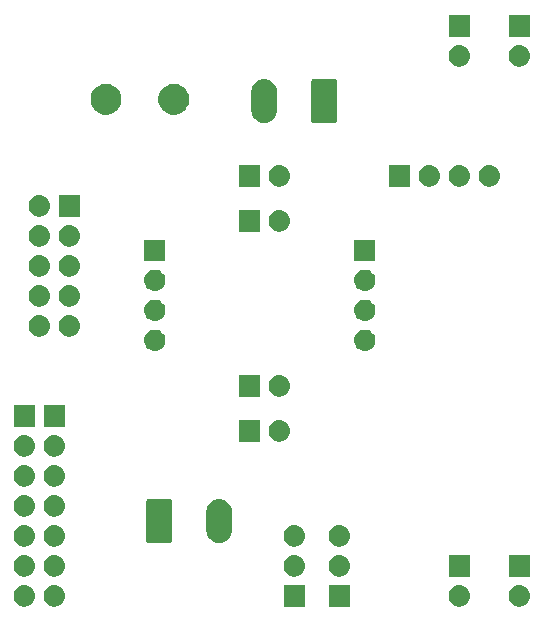
<source format=gbr>
G04 #@! TF.GenerationSoftware,KiCad,Pcbnew,(5.1.4)-1*
G04 #@! TF.CreationDate,2021-05-25T15:00:13+02:00*
G04 #@! TF.ProjectId,BCU_Breadboard_Adapter,4243555f-4272-4656-9164-626f6172645f,V00.01*
G04 #@! TF.SameCoordinates,Original*
G04 #@! TF.FileFunction,Soldermask,Bot*
G04 #@! TF.FilePolarity,Negative*
%FSLAX46Y46*%
G04 Gerber Fmt 4.6, Leading zero omitted, Abs format (unit mm)*
G04 Created by KiCad (PCBNEW (5.1.4)-1) date 2021-05-25 15:00:13*
%MOMM*%
%LPD*%
G04 APERTURE LIST*
%ADD10C,0.100000*%
G04 APERTURE END LIST*
D10*
G36*
X162670443Y-128645519D02*
G01*
X162736627Y-128652037D01*
X162906466Y-128703557D01*
X163062991Y-128787222D01*
X163098729Y-128816552D01*
X163200186Y-128899814D01*
X163283448Y-129001271D01*
X163312778Y-129037009D01*
X163396443Y-129193534D01*
X163447963Y-129363373D01*
X163465359Y-129540000D01*
X163447963Y-129716627D01*
X163396443Y-129886466D01*
X163312778Y-130042991D01*
X163283448Y-130078729D01*
X163200186Y-130180186D01*
X163098729Y-130263448D01*
X163062991Y-130292778D01*
X162906466Y-130376443D01*
X162736627Y-130427963D01*
X162670443Y-130434481D01*
X162604260Y-130441000D01*
X162515740Y-130441000D01*
X162449557Y-130434481D01*
X162383373Y-130427963D01*
X162213534Y-130376443D01*
X162057009Y-130292778D01*
X162021271Y-130263448D01*
X161919814Y-130180186D01*
X161836552Y-130078729D01*
X161807222Y-130042991D01*
X161723557Y-129886466D01*
X161672037Y-129716627D01*
X161654641Y-129540000D01*
X161672037Y-129363373D01*
X161723557Y-129193534D01*
X161807222Y-129037009D01*
X161836552Y-129001271D01*
X161919814Y-128899814D01*
X162021271Y-128816552D01*
X162057009Y-128787222D01*
X162213534Y-128703557D01*
X162383373Y-128652037D01*
X162449557Y-128645519D01*
X162515740Y-128639000D01*
X162604260Y-128639000D01*
X162670443Y-128645519D01*
X162670443Y-128645519D01*
G37*
G36*
X157590443Y-128645519D02*
G01*
X157656627Y-128652037D01*
X157826466Y-128703557D01*
X157982991Y-128787222D01*
X158018729Y-128816552D01*
X158120186Y-128899814D01*
X158203448Y-129001271D01*
X158232778Y-129037009D01*
X158316443Y-129193534D01*
X158367963Y-129363373D01*
X158385359Y-129540000D01*
X158367963Y-129716627D01*
X158316443Y-129886466D01*
X158232778Y-130042991D01*
X158203448Y-130078729D01*
X158120186Y-130180186D01*
X158018729Y-130263448D01*
X157982991Y-130292778D01*
X157826466Y-130376443D01*
X157656627Y-130427963D01*
X157590443Y-130434481D01*
X157524260Y-130441000D01*
X157435740Y-130441000D01*
X157369557Y-130434481D01*
X157303373Y-130427963D01*
X157133534Y-130376443D01*
X156977009Y-130292778D01*
X156941271Y-130263448D01*
X156839814Y-130180186D01*
X156756552Y-130078729D01*
X156727222Y-130042991D01*
X156643557Y-129886466D01*
X156592037Y-129716627D01*
X156574641Y-129540000D01*
X156592037Y-129363373D01*
X156643557Y-129193534D01*
X156727222Y-129037009D01*
X156756552Y-129001271D01*
X156839814Y-128899814D01*
X156941271Y-128816552D01*
X156977009Y-128787222D01*
X157133534Y-128703557D01*
X157303373Y-128652037D01*
X157369557Y-128645519D01*
X157435740Y-128639000D01*
X157524260Y-128639000D01*
X157590443Y-128645519D01*
X157590443Y-128645519D01*
G37*
G36*
X123300443Y-128645519D02*
G01*
X123366627Y-128652037D01*
X123536466Y-128703557D01*
X123692991Y-128787222D01*
X123728729Y-128816552D01*
X123830186Y-128899814D01*
X123913448Y-129001271D01*
X123942778Y-129037009D01*
X124026443Y-129193534D01*
X124077963Y-129363373D01*
X124095359Y-129540000D01*
X124077963Y-129716627D01*
X124026443Y-129886466D01*
X123942778Y-130042991D01*
X123913448Y-130078729D01*
X123830186Y-130180186D01*
X123728729Y-130263448D01*
X123692991Y-130292778D01*
X123536466Y-130376443D01*
X123366627Y-130427963D01*
X123300443Y-130434481D01*
X123234260Y-130441000D01*
X123145740Y-130441000D01*
X123079557Y-130434481D01*
X123013373Y-130427963D01*
X122843534Y-130376443D01*
X122687009Y-130292778D01*
X122651271Y-130263448D01*
X122549814Y-130180186D01*
X122466552Y-130078729D01*
X122437222Y-130042991D01*
X122353557Y-129886466D01*
X122302037Y-129716627D01*
X122284641Y-129540000D01*
X122302037Y-129363373D01*
X122353557Y-129193534D01*
X122437222Y-129037009D01*
X122466552Y-129001271D01*
X122549814Y-128899814D01*
X122651271Y-128816552D01*
X122687009Y-128787222D01*
X122843534Y-128703557D01*
X123013373Y-128652037D01*
X123079557Y-128645519D01*
X123145740Y-128639000D01*
X123234260Y-128639000D01*
X123300443Y-128645519D01*
X123300443Y-128645519D01*
G37*
G36*
X148221000Y-130441000D02*
G01*
X146419000Y-130441000D01*
X146419000Y-128639000D01*
X148221000Y-128639000D01*
X148221000Y-130441000D01*
X148221000Y-130441000D01*
G37*
G36*
X120760443Y-128645519D02*
G01*
X120826627Y-128652037D01*
X120996466Y-128703557D01*
X121152991Y-128787222D01*
X121188729Y-128816552D01*
X121290186Y-128899814D01*
X121373448Y-129001271D01*
X121402778Y-129037009D01*
X121486443Y-129193534D01*
X121537963Y-129363373D01*
X121555359Y-129540000D01*
X121537963Y-129716627D01*
X121486443Y-129886466D01*
X121402778Y-130042991D01*
X121373448Y-130078729D01*
X121290186Y-130180186D01*
X121188729Y-130263448D01*
X121152991Y-130292778D01*
X120996466Y-130376443D01*
X120826627Y-130427963D01*
X120760443Y-130434481D01*
X120694260Y-130441000D01*
X120605740Y-130441000D01*
X120539557Y-130434481D01*
X120473373Y-130427963D01*
X120303534Y-130376443D01*
X120147009Y-130292778D01*
X120111271Y-130263448D01*
X120009814Y-130180186D01*
X119926552Y-130078729D01*
X119897222Y-130042991D01*
X119813557Y-129886466D01*
X119762037Y-129716627D01*
X119744641Y-129540000D01*
X119762037Y-129363373D01*
X119813557Y-129193534D01*
X119897222Y-129037009D01*
X119926552Y-129001271D01*
X120009814Y-128899814D01*
X120111271Y-128816552D01*
X120147009Y-128787222D01*
X120303534Y-128703557D01*
X120473373Y-128652037D01*
X120539557Y-128645519D01*
X120605740Y-128639000D01*
X120694260Y-128639000D01*
X120760443Y-128645519D01*
X120760443Y-128645519D01*
G37*
G36*
X144411000Y-130441000D02*
G01*
X142609000Y-130441000D01*
X142609000Y-128639000D01*
X144411000Y-128639000D01*
X144411000Y-130441000D01*
X144411000Y-130441000D01*
G37*
G36*
X143620443Y-126105519D02*
G01*
X143686627Y-126112037D01*
X143856466Y-126163557D01*
X144012991Y-126247222D01*
X144048729Y-126276552D01*
X144150186Y-126359814D01*
X144233448Y-126461271D01*
X144262778Y-126497009D01*
X144346443Y-126653534D01*
X144397963Y-126823373D01*
X144415359Y-127000000D01*
X144397963Y-127176627D01*
X144346443Y-127346466D01*
X144262778Y-127502991D01*
X144233448Y-127538729D01*
X144150186Y-127640186D01*
X144048729Y-127723448D01*
X144012991Y-127752778D01*
X143856466Y-127836443D01*
X143686627Y-127887963D01*
X143620442Y-127894482D01*
X143554260Y-127901000D01*
X143465740Y-127901000D01*
X143399558Y-127894482D01*
X143333373Y-127887963D01*
X143163534Y-127836443D01*
X143007009Y-127752778D01*
X142971271Y-127723448D01*
X142869814Y-127640186D01*
X142786552Y-127538729D01*
X142757222Y-127502991D01*
X142673557Y-127346466D01*
X142622037Y-127176627D01*
X142604641Y-127000000D01*
X142622037Y-126823373D01*
X142673557Y-126653534D01*
X142757222Y-126497009D01*
X142786552Y-126461271D01*
X142869814Y-126359814D01*
X142971271Y-126276552D01*
X143007009Y-126247222D01*
X143163534Y-126163557D01*
X143333373Y-126112037D01*
X143399557Y-126105519D01*
X143465740Y-126099000D01*
X143554260Y-126099000D01*
X143620443Y-126105519D01*
X143620443Y-126105519D01*
G37*
G36*
X163461000Y-127901000D02*
G01*
X161659000Y-127901000D01*
X161659000Y-126099000D01*
X163461000Y-126099000D01*
X163461000Y-127901000D01*
X163461000Y-127901000D01*
G37*
G36*
X120760443Y-126105519D02*
G01*
X120826627Y-126112037D01*
X120996466Y-126163557D01*
X121152991Y-126247222D01*
X121188729Y-126276552D01*
X121290186Y-126359814D01*
X121373448Y-126461271D01*
X121402778Y-126497009D01*
X121486443Y-126653534D01*
X121537963Y-126823373D01*
X121555359Y-127000000D01*
X121537963Y-127176627D01*
X121486443Y-127346466D01*
X121402778Y-127502991D01*
X121373448Y-127538729D01*
X121290186Y-127640186D01*
X121188729Y-127723448D01*
X121152991Y-127752778D01*
X120996466Y-127836443D01*
X120826627Y-127887963D01*
X120760442Y-127894482D01*
X120694260Y-127901000D01*
X120605740Y-127901000D01*
X120539558Y-127894482D01*
X120473373Y-127887963D01*
X120303534Y-127836443D01*
X120147009Y-127752778D01*
X120111271Y-127723448D01*
X120009814Y-127640186D01*
X119926552Y-127538729D01*
X119897222Y-127502991D01*
X119813557Y-127346466D01*
X119762037Y-127176627D01*
X119744641Y-127000000D01*
X119762037Y-126823373D01*
X119813557Y-126653534D01*
X119897222Y-126497009D01*
X119926552Y-126461271D01*
X120009814Y-126359814D01*
X120111271Y-126276552D01*
X120147009Y-126247222D01*
X120303534Y-126163557D01*
X120473373Y-126112037D01*
X120539557Y-126105519D01*
X120605740Y-126099000D01*
X120694260Y-126099000D01*
X120760443Y-126105519D01*
X120760443Y-126105519D01*
G37*
G36*
X147430443Y-126105519D02*
G01*
X147496627Y-126112037D01*
X147666466Y-126163557D01*
X147822991Y-126247222D01*
X147858729Y-126276552D01*
X147960186Y-126359814D01*
X148043448Y-126461271D01*
X148072778Y-126497009D01*
X148156443Y-126653534D01*
X148207963Y-126823373D01*
X148225359Y-127000000D01*
X148207963Y-127176627D01*
X148156443Y-127346466D01*
X148072778Y-127502991D01*
X148043448Y-127538729D01*
X147960186Y-127640186D01*
X147858729Y-127723448D01*
X147822991Y-127752778D01*
X147666466Y-127836443D01*
X147496627Y-127887963D01*
X147430442Y-127894482D01*
X147364260Y-127901000D01*
X147275740Y-127901000D01*
X147209558Y-127894482D01*
X147143373Y-127887963D01*
X146973534Y-127836443D01*
X146817009Y-127752778D01*
X146781271Y-127723448D01*
X146679814Y-127640186D01*
X146596552Y-127538729D01*
X146567222Y-127502991D01*
X146483557Y-127346466D01*
X146432037Y-127176627D01*
X146414641Y-127000000D01*
X146432037Y-126823373D01*
X146483557Y-126653534D01*
X146567222Y-126497009D01*
X146596552Y-126461271D01*
X146679814Y-126359814D01*
X146781271Y-126276552D01*
X146817009Y-126247222D01*
X146973534Y-126163557D01*
X147143373Y-126112037D01*
X147209557Y-126105519D01*
X147275740Y-126099000D01*
X147364260Y-126099000D01*
X147430443Y-126105519D01*
X147430443Y-126105519D01*
G37*
G36*
X158381000Y-127901000D02*
G01*
X156579000Y-127901000D01*
X156579000Y-126099000D01*
X158381000Y-126099000D01*
X158381000Y-127901000D01*
X158381000Y-127901000D01*
G37*
G36*
X123300443Y-126105519D02*
G01*
X123366627Y-126112037D01*
X123536466Y-126163557D01*
X123692991Y-126247222D01*
X123728729Y-126276552D01*
X123830186Y-126359814D01*
X123913448Y-126461271D01*
X123942778Y-126497009D01*
X124026443Y-126653534D01*
X124077963Y-126823373D01*
X124095359Y-127000000D01*
X124077963Y-127176627D01*
X124026443Y-127346466D01*
X123942778Y-127502991D01*
X123913448Y-127538729D01*
X123830186Y-127640186D01*
X123728729Y-127723448D01*
X123692991Y-127752778D01*
X123536466Y-127836443D01*
X123366627Y-127887963D01*
X123300442Y-127894482D01*
X123234260Y-127901000D01*
X123145740Y-127901000D01*
X123079558Y-127894482D01*
X123013373Y-127887963D01*
X122843534Y-127836443D01*
X122687009Y-127752778D01*
X122651271Y-127723448D01*
X122549814Y-127640186D01*
X122466552Y-127538729D01*
X122437222Y-127502991D01*
X122353557Y-127346466D01*
X122302037Y-127176627D01*
X122284641Y-127000000D01*
X122302037Y-126823373D01*
X122353557Y-126653534D01*
X122437222Y-126497009D01*
X122466552Y-126461271D01*
X122549814Y-126359814D01*
X122651271Y-126276552D01*
X122687009Y-126247222D01*
X122843534Y-126163557D01*
X123013373Y-126112037D01*
X123079557Y-126105519D01*
X123145740Y-126099000D01*
X123234260Y-126099000D01*
X123300443Y-126105519D01*
X123300443Y-126105519D01*
G37*
G36*
X120760442Y-123565518D02*
G01*
X120826627Y-123572037D01*
X120996466Y-123623557D01*
X121152991Y-123707222D01*
X121188729Y-123736552D01*
X121290186Y-123819814D01*
X121373448Y-123921271D01*
X121402778Y-123957009D01*
X121486443Y-124113534D01*
X121537963Y-124283373D01*
X121555359Y-124460000D01*
X121537963Y-124636627D01*
X121486443Y-124806466D01*
X121402778Y-124962991D01*
X121379324Y-124991570D01*
X121290186Y-125100186D01*
X121188729Y-125183448D01*
X121152991Y-125212778D01*
X120996466Y-125296443D01*
X120826627Y-125347963D01*
X120760442Y-125354482D01*
X120694260Y-125361000D01*
X120605740Y-125361000D01*
X120539558Y-125354482D01*
X120473373Y-125347963D01*
X120303534Y-125296443D01*
X120147009Y-125212778D01*
X120111271Y-125183448D01*
X120009814Y-125100186D01*
X119920676Y-124991570D01*
X119897222Y-124962991D01*
X119813557Y-124806466D01*
X119762037Y-124636627D01*
X119744641Y-124460000D01*
X119762037Y-124283373D01*
X119813557Y-124113534D01*
X119897222Y-123957009D01*
X119926552Y-123921271D01*
X120009814Y-123819814D01*
X120111271Y-123736552D01*
X120147009Y-123707222D01*
X120303534Y-123623557D01*
X120473373Y-123572037D01*
X120539558Y-123565518D01*
X120605740Y-123559000D01*
X120694260Y-123559000D01*
X120760442Y-123565518D01*
X120760442Y-123565518D01*
G37*
G36*
X143620442Y-123565518D02*
G01*
X143686627Y-123572037D01*
X143856466Y-123623557D01*
X144012991Y-123707222D01*
X144048729Y-123736552D01*
X144150186Y-123819814D01*
X144233448Y-123921271D01*
X144262778Y-123957009D01*
X144346443Y-124113534D01*
X144397963Y-124283373D01*
X144415359Y-124460000D01*
X144397963Y-124636627D01*
X144346443Y-124806466D01*
X144262778Y-124962991D01*
X144239324Y-124991570D01*
X144150186Y-125100186D01*
X144048729Y-125183448D01*
X144012991Y-125212778D01*
X143856466Y-125296443D01*
X143686627Y-125347963D01*
X143620442Y-125354482D01*
X143554260Y-125361000D01*
X143465740Y-125361000D01*
X143399558Y-125354482D01*
X143333373Y-125347963D01*
X143163534Y-125296443D01*
X143007009Y-125212778D01*
X142971271Y-125183448D01*
X142869814Y-125100186D01*
X142780676Y-124991570D01*
X142757222Y-124962991D01*
X142673557Y-124806466D01*
X142622037Y-124636627D01*
X142604641Y-124460000D01*
X142622037Y-124283373D01*
X142673557Y-124113534D01*
X142757222Y-123957009D01*
X142786552Y-123921271D01*
X142869814Y-123819814D01*
X142971271Y-123736552D01*
X143007009Y-123707222D01*
X143163534Y-123623557D01*
X143333373Y-123572037D01*
X143399558Y-123565518D01*
X143465740Y-123559000D01*
X143554260Y-123559000D01*
X143620442Y-123565518D01*
X143620442Y-123565518D01*
G37*
G36*
X147430442Y-123565518D02*
G01*
X147496627Y-123572037D01*
X147666466Y-123623557D01*
X147822991Y-123707222D01*
X147858729Y-123736552D01*
X147960186Y-123819814D01*
X148043448Y-123921271D01*
X148072778Y-123957009D01*
X148156443Y-124113534D01*
X148207963Y-124283373D01*
X148225359Y-124460000D01*
X148207963Y-124636627D01*
X148156443Y-124806466D01*
X148072778Y-124962991D01*
X148049324Y-124991570D01*
X147960186Y-125100186D01*
X147858729Y-125183448D01*
X147822991Y-125212778D01*
X147666466Y-125296443D01*
X147496627Y-125347963D01*
X147430442Y-125354482D01*
X147364260Y-125361000D01*
X147275740Y-125361000D01*
X147209558Y-125354482D01*
X147143373Y-125347963D01*
X146973534Y-125296443D01*
X146817009Y-125212778D01*
X146781271Y-125183448D01*
X146679814Y-125100186D01*
X146590676Y-124991570D01*
X146567222Y-124962991D01*
X146483557Y-124806466D01*
X146432037Y-124636627D01*
X146414641Y-124460000D01*
X146432037Y-124283373D01*
X146483557Y-124113534D01*
X146567222Y-123957009D01*
X146596552Y-123921271D01*
X146679814Y-123819814D01*
X146781271Y-123736552D01*
X146817009Y-123707222D01*
X146973534Y-123623557D01*
X147143373Y-123572037D01*
X147209558Y-123565518D01*
X147275740Y-123559000D01*
X147364260Y-123559000D01*
X147430442Y-123565518D01*
X147430442Y-123565518D01*
G37*
G36*
X123300442Y-123565518D02*
G01*
X123366627Y-123572037D01*
X123536466Y-123623557D01*
X123692991Y-123707222D01*
X123728729Y-123736552D01*
X123830186Y-123819814D01*
X123913448Y-123921271D01*
X123942778Y-123957009D01*
X124026443Y-124113534D01*
X124077963Y-124283373D01*
X124095359Y-124460000D01*
X124077963Y-124636627D01*
X124026443Y-124806466D01*
X123942778Y-124962991D01*
X123919324Y-124991570D01*
X123830186Y-125100186D01*
X123728729Y-125183448D01*
X123692991Y-125212778D01*
X123536466Y-125296443D01*
X123366627Y-125347963D01*
X123300442Y-125354482D01*
X123234260Y-125361000D01*
X123145740Y-125361000D01*
X123079558Y-125354482D01*
X123013373Y-125347963D01*
X122843534Y-125296443D01*
X122687009Y-125212778D01*
X122651271Y-125183448D01*
X122549814Y-125100186D01*
X122460676Y-124991570D01*
X122437222Y-124962991D01*
X122353557Y-124806466D01*
X122302037Y-124636627D01*
X122284641Y-124460000D01*
X122302037Y-124283373D01*
X122353557Y-124113534D01*
X122437222Y-123957009D01*
X122466552Y-123921271D01*
X122549814Y-123819814D01*
X122651271Y-123736552D01*
X122687009Y-123707222D01*
X122843534Y-123623557D01*
X123013373Y-123572037D01*
X123079558Y-123565518D01*
X123145740Y-123559000D01*
X123234260Y-123559000D01*
X123300442Y-123565518D01*
X123300442Y-123565518D01*
G37*
G36*
X137373870Y-121354786D02*
G01*
X137484779Y-121388430D01*
X137578999Y-121417011D01*
X137579529Y-121417172D01*
X137736165Y-121500896D01*
X137769059Y-121518478D01*
X137935186Y-121654814D01*
X138071522Y-121820941D01*
X138071525Y-121820945D01*
X138172828Y-122010470D01*
X138235214Y-122216129D01*
X138251000Y-122376409D01*
X138251000Y-124003591D01*
X138235214Y-124163871D01*
X138172828Y-124369530D01*
X138071525Y-124559055D01*
X138071523Y-124559058D01*
X138071522Y-124559059D01*
X137935186Y-124725186D01*
X137807583Y-124829906D01*
X137769055Y-124861525D01*
X137579530Y-124962828D01*
X137579527Y-124962829D01*
X137568058Y-124966308D01*
X137373871Y-125025214D01*
X137160000Y-125046278D01*
X136946130Y-125025214D01*
X136751943Y-124966308D01*
X136740474Y-124962829D01*
X136740471Y-124962828D01*
X136550946Y-124861525D01*
X136512418Y-124829906D01*
X136384815Y-124725186D01*
X136248479Y-124559059D01*
X136248478Y-124559058D01*
X136248476Y-124559055D01*
X136147171Y-124369527D01*
X136084786Y-124163874D01*
X136069000Y-124003591D01*
X136069000Y-122376410D01*
X136084786Y-122216130D01*
X136147172Y-122010471D01*
X136248477Y-121820943D01*
X136248478Y-121820941D01*
X136384814Y-121654814D01*
X136550941Y-121518478D01*
X136550942Y-121518477D01*
X136550945Y-121518475D01*
X136740470Y-121417172D01*
X136741001Y-121417011D01*
X136835220Y-121388430D01*
X136946129Y-121354786D01*
X137160000Y-121333722D01*
X137373870Y-121354786D01*
X137373870Y-121354786D01*
G37*
G36*
X133036217Y-121342808D02*
G01*
X133067489Y-121352294D01*
X133096308Y-121367698D01*
X133121570Y-121388430D01*
X133142302Y-121413692D01*
X133157706Y-121442511D01*
X133167192Y-121473783D01*
X133171000Y-121512448D01*
X133171000Y-124867552D01*
X133167192Y-124906217D01*
X133157706Y-124937489D01*
X133142302Y-124966308D01*
X133121570Y-124991570D01*
X133096308Y-125012302D01*
X133067489Y-125027706D01*
X133036217Y-125037192D01*
X132997552Y-125041000D01*
X131162448Y-125041000D01*
X131123783Y-125037192D01*
X131092511Y-125027706D01*
X131063692Y-125012302D01*
X131038430Y-124991570D01*
X131017698Y-124966308D01*
X131002294Y-124937489D01*
X130992808Y-124906217D01*
X130989000Y-124867552D01*
X130989000Y-121512448D01*
X130992808Y-121473783D01*
X131002294Y-121442511D01*
X131017698Y-121413692D01*
X131038430Y-121388430D01*
X131063692Y-121367698D01*
X131092511Y-121352294D01*
X131123783Y-121342808D01*
X131162448Y-121339000D01*
X132997552Y-121339000D01*
X133036217Y-121342808D01*
X133036217Y-121342808D01*
G37*
G36*
X120760442Y-121025518D02*
G01*
X120826627Y-121032037D01*
X120996466Y-121083557D01*
X121152991Y-121167222D01*
X121188729Y-121196552D01*
X121290186Y-121279814D01*
X121355141Y-121358963D01*
X121402778Y-121417009D01*
X121486443Y-121573534D01*
X121537963Y-121743373D01*
X121555359Y-121920000D01*
X121537963Y-122096627D01*
X121486443Y-122266466D01*
X121402778Y-122422991D01*
X121373448Y-122458729D01*
X121290186Y-122560186D01*
X121188729Y-122643448D01*
X121152991Y-122672778D01*
X120996466Y-122756443D01*
X120826627Y-122807963D01*
X120760443Y-122814481D01*
X120694260Y-122821000D01*
X120605740Y-122821000D01*
X120539557Y-122814481D01*
X120473373Y-122807963D01*
X120303534Y-122756443D01*
X120147009Y-122672778D01*
X120111271Y-122643448D01*
X120009814Y-122560186D01*
X119926552Y-122458729D01*
X119897222Y-122422991D01*
X119813557Y-122266466D01*
X119762037Y-122096627D01*
X119744641Y-121920000D01*
X119762037Y-121743373D01*
X119813557Y-121573534D01*
X119897222Y-121417009D01*
X119944859Y-121358963D01*
X120009814Y-121279814D01*
X120111271Y-121196552D01*
X120147009Y-121167222D01*
X120303534Y-121083557D01*
X120473373Y-121032037D01*
X120539558Y-121025518D01*
X120605740Y-121019000D01*
X120694260Y-121019000D01*
X120760442Y-121025518D01*
X120760442Y-121025518D01*
G37*
G36*
X123300442Y-121025518D02*
G01*
X123366627Y-121032037D01*
X123536466Y-121083557D01*
X123692991Y-121167222D01*
X123728729Y-121196552D01*
X123830186Y-121279814D01*
X123895141Y-121358963D01*
X123942778Y-121417009D01*
X124026443Y-121573534D01*
X124077963Y-121743373D01*
X124095359Y-121920000D01*
X124077963Y-122096627D01*
X124026443Y-122266466D01*
X123942778Y-122422991D01*
X123913448Y-122458729D01*
X123830186Y-122560186D01*
X123728729Y-122643448D01*
X123692991Y-122672778D01*
X123536466Y-122756443D01*
X123366627Y-122807963D01*
X123300443Y-122814481D01*
X123234260Y-122821000D01*
X123145740Y-122821000D01*
X123079557Y-122814481D01*
X123013373Y-122807963D01*
X122843534Y-122756443D01*
X122687009Y-122672778D01*
X122651271Y-122643448D01*
X122549814Y-122560186D01*
X122466552Y-122458729D01*
X122437222Y-122422991D01*
X122353557Y-122266466D01*
X122302037Y-122096627D01*
X122284641Y-121920000D01*
X122302037Y-121743373D01*
X122353557Y-121573534D01*
X122437222Y-121417009D01*
X122484859Y-121358963D01*
X122549814Y-121279814D01*
X122651271Y-121196552D01*
X122687009Y-121167222D01*
X122843534Y-121083557D01*
X123013373Y-121032037D01*
X123079558Y-121025518D01*
X123145740Y-121019000D01*
X123234260Y-121019000D01*
X123300442Y-121025518D01*
X123300442Y-121025518D01*
G37*
G36*
X120760442Y-118485518D02*
G01*
X120826627Y-118492037D01*
X120996466Y-118543557D01*
X121152991Y-118627222D01*
X121188729Y-118656552D01*
X121290186Y-118739814D01*
X121373448Y-118841271D01*
X121402778Y-118877009D01*
X121486443Y-119033534D01*
X121537963Y-119203373D01*
X121555359Y-119380000D01*
X121537963Y-119556627D01*
X121486443Y-119726466D01*
X121402778Y-119882991D01*
X121373448Y-119918729D01*
X121290186Y-120020186D01*
X121188729Y-120103448D01*
X121152991Y-120132778D01*
X120996466Y-120216443D01*
X120826627Y-120267963D01*
X120760442Y-120274482D01*
X120694260Y-120281000D01*
X120605740Y-120281000D01*
X120539558Y-120274482D01*
X120473373Y-120267963D01*
X120303534Y-120216443D01*
X120147009Y-120132778D01*
X120111271Y-120103448D01*
X120009814Y-120020186D01*
X119926552Y-119918729D01*
X119897222Y-119882991D01*
X119813557Y-119726466D01*
X119762037Y-119556627D01*
X119744641Y-119380000D01*
X119762037Y-119203373D01*
X119813557Y-119033534D01*
X119897222Y-118877009D01*
X119926552Y-118841271D01*
X120009814Y-118739814D01*
X120111271Y-118656552D01*
X120147009Y-118627222D01*
X120303534Y-118543557D01*
X120473373Y-118492037D01*
X120539558Y-118485518D01*
X120605740Y-118479000D01*
X120694260Y-118479000D01*
X120760442Y-118485518D01*
X120760442Y-118485518D01*
G37*
G36*
X123300442Y-118485518D02*
G01*
X123366627Y-118492037D01*
X123536466Y-118543557D01*
X123692991Y-118627222D01*
X123728729Y-118656552D01*
X123830186Y-118739814D01*
X123913448Y-118841271D01*
X123942778Y-118877009D01*
X124026443Y-119033534D01*
X124077963Y-119203373D01*
X124095359Y-119380000D01*
X124077963Y-119556627D01*
X124026443Y-119726466D01*
X123942778Y-119882991D01*
X123913448Y-119918729D01*
X123830186Y-120020186D01*
X123728729Y-120103448D01*
X123692991Y-120132778D01*
X123536466Y-120216443D01*
X123366627Y-120267963D01*
X123300442Y-120274482D01*
X123234260Y-120281000D01*
X123145740Y-120281000D01*
X123079558Y-120274482D01*
X123013373Y-120267963D01*
X122843534Y-120216443D01*
X122687009Y-120132778D01*
X122651271Y-120103448D01*
X122549814Y-120020186D01*
X122466552Y-119918729D01*
X122437222Y-119882991D01*
X122353557Y-119726466D01*
X122302037Y-119556627D01*
X122284641Y-119380000D01*
X122302037Y-119203373D01*
X122353557Y-119033534D01*
X122437222Y-118877009D01*
X122466552Y-118841271D01*
X122549814Y-118739814D01*
X122651271Y-118656552D01*
X122687009Y-118627222D01*
X122843534Y-118543557D01*
X123013373Y-118492037D01*
X123079558Y-118485518D01*
X123145740Y-118479000D01*
X123234260Y-118479000D01*
X123300442Y-118485518D01*
X123300442Y-118485518D01*
G37*
G36*
X123300442Y-115945518D02*
G01*
X123366627Y-115952037D01*
X123536466Y-116003557D01*
X123692991Y-116087222D01*
X123728729Y-116116552D01*
X123830186Y-116199814D01*
X123913448Y-116301271D01*
X123942778Y-116337009D01*
X124026443Y-116493534D01*
X124077963Y-116663373D01*
X124095359Y-116840000D01*
X124077963Y-117016627D01*
X124026443Y-117186466D01*
X123942778Y-117342991D01*
X123913448Y-117378729D01*
X123830186Y-117480186D01*
X123728729Y-117563448D01*
X123692991Y-117592778D01*
X123536466Y-117676443D01*
X123366627Y-117727963D01*
X123300442Y-117734482D01*
X123234260Y-117741000D01*
X123145740Y-117741000D01*
X123079558Y-117734482D01*
X123013373Y-117727963D01*
X122843534Y-117676443D01*
X122687009Y-117592778D01*
X122651271Y-117563448D01*
X122549814Y-117480186D01*
X122466552Y-117378729D01*
X122437222Y-117342991D01*
X122353557Y-117186466D01*
X122302037Y-117016627D01*
X122284641Y-116840000D01*
X122302037Y-116663373D01*
X122353557Y-116493534D01*
X122437222Y-116337009D01*
X122466552Y-116301271D01*
X122549814Y-116199814D01*
X122651271Y-116116552D01*
X122687009Y-116087222D01*
X122843534Y-116003557D01*
X123013373Y-115952037D01*
X123079558Y-115945518D01*
X123145740Y-115939000D01*
X123234260Y-115939000D01*
X123300442Y-115945518D01*
X123300442Y-115945518D01*
G37*
G36*
X120760442Y-115945518D02*
G01*
X120826627Y-115952037D01*
X120996466Y-116003557D01*
X121152991Y-116087222D01*
X121188729Y-116116552D01*
X121290186Y-116199814D01*
X121373448Y-116301271D01*
X121402778Y-116337009D01*
X121486443Y-116493534D01*
X121537963Y-116663373D01*
X121555359Y-116840000D01*
X121537963Y-117016627D01*
X121486443Y-117186466D01*
X121402778Y-117342991D01*
X121373448Y-117378729D01*
X121290186Y-117480186D01*
X121188729Y-117563448D01*
X121152991Y-117592778D01*
X120996466Y-117676443D01*
X120826627Y-117727963D01*
X120760442Y-117734482D01*
X120694260Y-117741000D01*
X120605740Y-117741000D01*
X120539558Y-117734482D01*
X120473373Y-117727963D01*
X120303534Y-117676443D01*
X120147009Y-117592778D01*
X120111271Y-117563448D01*
X120009814Y-117480186D01*
X119926552Y-117378729D01*
X119897222Y-117342991D01*
X119813557Y-117186466D01*
X119762037Y-117016627D01*
X119744641Y-116840000D01*
X119762037Y-116663373D01*
X119813557Y-116493534D01*
X119897222Y-116337009D01*
X119926552Y-116301271D01*
X120009814Y-116199814D01*
X120111271Y-116116552D01*
X120147009Y-116087222D01*
X120303534Y-116003557D01*
X120473373Y-115952037D01*
X120539558Y-115945518D01*
X120605740Y-115939000D01*
X120694260Y-115939000D01*
X120760442Y-115945518D01*
X120760442Y-115945518D01*
G37*
G36*
X140601000Y-116471000D02*
G01*
X138799000Y-116471000D01*
X138799000Y-114669000D01*
X140601000Y-114669000D01*
X140601000Y-116471000D01*
X140601000Y-116471000D01*
G37*
G36*
X142350443Y-114675519D02*
G01*
X142416627Y-114682037D01*
X142586466Y-114733557D01*
X142742991Y-114817222D01*
X142778729Y-114846552D01*
X142880186Y-114929814D01*
X142963448Y-115031271D01*
X142992778Y-115067009D01*
X143076443Y-115223534D01*
X143127963Y-115393373D01*
X143145359Y-115570000D01*
X143127963Y-115746627D01*
X143076443Y-115916466D01*
X142992778Y-116072991D01*
X142963448Y-116108729D01*
X142880186Y-116210186D01*
X142778729Y-116293448D01*
X142742991Y-116322778D01*
X142586466Y-116406443D01*
X142416627Y-116457963D01*
X142350442Y-116464482D01*
X142284260Y-116471000D01*
X142195740Y-116471000D01*
X142129558Y-116464482D01*
X142063373Y-116457963D01*
X141893534Y-116406443D01*
X141737009Y-116322778D01*
X141701271Y-116293448D01*
X141599814Y-116210186D01*
X141516552Y-116108729D01*
X141487222Y-116072991D01*
X141403557Y-115916466D01*
X141352037Y-115746627D01*
X141334641Y-115570000D01*
X141352037Y-115393373D01*
X141403557Y-115223534D01*
X141487222Y-115067009D01*
X141516552Y-115031271D01*
X141599814Y-114929814D01*
X141701271Y-114846552D01*
X141737009Y-114817222D01*
X141893534Y-114733557D01*
X142063373Y-114682037D01*
X142129557Y-114675519D01*
X142195740Y-114669000D01*
X142284260Y-114669000D01*
X142350443Y-114675519D01*
X142350443Y-114675519D01*
G37*
G36*
X121551000Y-115201000D02*
G01*
X119749000Y-115201000D01*
X119749000Y-113399000D01*
X121551000Y-113399000D01*
X121551000Y-115201000D01*
X121551000Y-115201000D01*
G37*
G36*
X124091000Y-115201000D02*
G01*
X122289000Y-115201000D01*
X122289000Y-113399000D01*
X124091000Y-113399000D01*
X124091000Y-115201000D01*
X124091000Y-115201000D01*
G37*
G36*
X142350442Y-110865518D02*
G01*
X142416627Y-110872037D01*
X142586466Y-110923557D01*
X142742991Y-111007222D01*
X142778729Y-111036552D01*
X142880186Y-111119814D01*
X142963448Y-111221271D01*
X142992778Y-111257009D01*
X143076443Y-111413534D01*
X143127963Y-111583373D01*
X143145359Y-111760000D01*
X143127963Y-111936627D01*
X143076443Y-112106466D01*
X142992778Y-112262991D01*
X142963448Y-112298729D01*
X142880186Y-112400186D01*
X142778729Y-112483448D01*
X142742991Y-112512778D01*
X142586466Y-112596443D01*
X142416627Y-112647963D01*
X142350442Y-112654482D01*
X142284260Y-112661000D01*
X142195740Y-112661000D01*
X142129558Y-112654482D01*
X142063373Y-112647963D01*
X141893534Y-112596443D01*
X141737009Y-112512778D01*
X141701271Y-112483448D01*
X141599814Y-112400186D01*
X141516552Y-112298729D01*
X141487222Y-112262991D01*
X141403557Y-112106466D01*
X141352037Y-111936627D01*
X141334641Y-111760000D01*
X141352037Y-111583373D01*
X141403557Y-111413534D01*
X141487222Y-111257009D01*
X141516552Y-111221271D01*
X141599814Y-111119814D01*
X141701271Y-111036552D01*
X141737009Y-111007222D01*
X141893534Y-110923557D01*
X142063373Y-110872037D01*
X142129558Y-110865518D01*
X142195740Y-110859000D01*
X142284260Y-110859000D01*
X142350442Y-110865518D01*
X142350442Y-110865518D01*
G37*
G36*
X140601000Y-112661000D02*
G01*
X138799000Y-112661000D01*
X138799000Y-110859000D01*
X140601000Y-110859000D01*
X140601000Y-112661000D01*
X140601000Y-112661000D01*
G37*
G36*
X149584363Y-106997099D02*
G01*
X149650547Y-107003617D01*
X149820386Y-107055137D01*
X149976911Y-107138802D01*
X150012649Y-107168132D01*
X150114106Y-107251394D01*
X150170560Y-107320185D01*
X150226698Y-107388589D01*
X150310363Y-107545114D01*
X150361883Y-107714953D01*
X150379279Y-107891580D01*
X150361883Y-108068207D01*
X150310363Y-108238046D01*
X150226698Y-108394571D01*
X150197368Y-108430309D01*
X150114106Y-108531766D01*
X150012649Y-108615028D01*
X149976911Y-108644358D01*
X149820386Y-108728023D01*
X149650547Y-108779543D01*
X149584363Y-108786061D01*
X149518180Y-108792580D01*
X149429660Y-108792580D01*
X149363477Y-108786061D01*
X149297293Y-108779543D01*
X149127454Y-108728023D01*
X148970929Y-108644358D01*
X148935191Y-108615028D01*
X148833734Y-108531766D01*
X148750472Y-108430309D01*
X148721142Y-108394571D01*
X148637477Y-108238046D01*
X148585957Y-108068207D01*
X148568561Y-107891580D01*
X148585957Y-107714953D01*
X148637477Y-107545114D01*
X148721142Y-107388589D01*
X148777280Y-107320185D01*
X148833734Y-107251394D01*
X148935191Y-107168132D01*
X148970929Y-107138802D01*
X149127454Y-107055137D01*
X149297293Y-107003617D01*
X149363477Y-106997099D01*
X149429660Y-106990580D01*
X149518180Y-106990580D01*
X149584363Y-106997099D01*
X149584363Y-106997099D01*
G37*
G36*
X131804363Y-106997099D02*
G01*
X131870547Y-107003617D01*
X132040386Y-107055137D01*
X132196911Y-107138802D01*
X132232649Y-107168132D01*
X132334106Y-107251394D01*
X132390560Y-107320185D01*
X132446698Y-107388589D01*
X132530363Y-107545114D01*
X132581883Y-107714953D01*
X132599279Y-107891580D01*
X132581883Y-108068207D01*
X132530363Y-108238046D01*
X132446698Y-108394571D01*
X132417368Y-108430309D01*
X132334106Y-108531766D01*
X132232649Y-108615028D01*
X132196911Y-108644358D01*
X132040386Y-108728023D01*
X131870547Y-108779543D01*
X131804363Y-108786061D01*
X131738180Y-108792580D01*
X131649660Y-108792580D01*
X131583477Y-108786061D01*
X131517293Y-108779543D01*
X131347454Y-108728023D01*
X131190929Y-108644358D01*
X131155191Y-108615028D01*
X131053734Y-108531766D01*
X130970472Y-108430309D01*
X130941142Y-108394571D01*
X130857477Y-108238046D01*
X130805957Y-108068207D01*
X130788561Y-107891580D01*
X130805957Y-107714953D01*
X130857477Y-107545114D01*
X130941142Y-107388589D01*
X130997280Y-107320185D01*
X131053734Y-107251394D01*
X131155191Y-107168132D01*
X131190929Y-107138802D01*
X131347454Y-107055137D01*
X131517293Y-107003617D01*
X131583477Y-106997099D01*
X131649660Y-106990580D01*
X131738180Y-106990580D01*
X131804363Y-106997099D01*
X131804363Y-106997099D01*
G37*
G36*
X124570443Y-105785519D02*
G01*
X124636627Y-105792037D01*
X124806466Y-105843557D01*
X124962991Y-105927222D01*
X124998729Y-105956552D01*
X125100186Y-106039814D01*
X125183448Y-106141271D01*
X125212778Y-106177009D01*
X125296443Y-106333534D01*
X125347963Y-106503373D01*
X125365359Y-106680000D01*
X125347963Y-106856627D01*
X125296443Y-107026466D01*
X125212778Y-107182991D01*
X125183448Y-107218729D01*
X125100186Y-107320186D01*
X125016835Y-107388589D01*
X124962991Y-107432778D01*
X124806466Y-107516443D01*
X124636627Y-107567963D01*
X124570443Y-107574481D01*
X124504260Y-107581000D01*
X124415740Y-107581000D01*
X124349557Y-107574481D01*
X124283373Y-107567963D01*
X124113534Y-107516443D01*
X123957009Y-107432778D01*
X123903165Y-107388589D01*
X123819814Y-107320186D01*
X123736552Y-107218729D01*
X123707222Y-107182991D01*
X123623557Y-107026466D01*
X123572037Y-106856627D01*
X123554641Y-106680000D01*
X123572037Y-106503373D01*
X123623557Y-106333534D01*
X123707222Y-106177009D01*
X123736552Y-106141271D01*
X123819814Y-106039814D01*
X123921271Y-105956552D01*
X123957009Y-105927222D01*
X124113534Y-105843557D01*
X124283373Y-105792037D01*
X124349557Y-105785519D01*
X124415740Y-105779000D01*
X124504260Y-105779000D01*
X124570443Y-105785519D01*
X124570443Y-105785519D01*
G37*
G36*
X122030443Y-105785519D02*
G01*
X122096627Y-105792037D01*
X122266466Y-105843557D01*
X122422991Y-105927222D01*
X122458729Y-105956552D01*
X122560186Y-106039814D01*
X122643448Y-106141271D01*
X122672778Y-106177009D01*
X122756443Y-106333534D01*
X122807963Y-106503373D01*
X122825359Y-106680000D01*
X122807963Y-106856627D01*
X122756443Y-107026466D01*
X122672778Y-107182991D01*
X122643448Y-107218729D01*
X122560186Y-107320186D01*
X122476835Y-107388589D01*
X122422991Y-107432778D01*
X122266466Y-107516443D01*
X122096627Y-107567963D01*
X122030443Y-107574481D01*
X121964260Y-107581000D01*
X121875740Y-107581000D01*
X121809557Y-107574481D01*
X121743373Y-107567963D01*
X121573534Y-107516443D01*
X121417009Y-107432778D01*
X121363165Y-107388589D01*
X121279814Y-107320186D01*
X121196552Y-107218729D01*
X121167222Y-107182991D01*
X121083557Y-107026466D01*
X121032037Y-106856627D01*
X121014641Y-106680000D01*
X121032037Y-106503373D01*
X121083557Y-106333534D01*
X121167222Y-106177009D01*
X121196552Y-106141271D01*
X121279814Y-106039814D01*
X121381271Y-105956552D01*
X121417009Y-105927222D01*
X121573534Y-105843557D01*
X121743373Y-105792037D01*
X121809557Y-105785519D01*
X121875740Y-105779000D01*
X121964260Y-105779000D01*
X122030443Y-105785519D01*
X122030443Y-105785519D01*
G37*
G36*
X131804363Y-104457099D02*
G01*
X131870547Y-104463617D01*
X132040386Y-104515137D01*
X132196911Y-104598802D01*
X132232649Y-104628132D01*
X132334106Y-104711394D01*
X132390560Y-104780185D01*
X132446698Y-104848589D01*
X132530363Y-105005114D01*
X132581883Y-105174953D01*
X132599279Y-105351580D01*
X132581883Y-105528207D01*
X132530363Y-105698046D01*
X132446698Y-105854571D01*
X132417368Y-105890309D01*
X132334106Y-105991766D01*
X132232649Y-106075028D01*
X132196911Y-106104358D01*
X132040386Y-106188023D01*
X131870547Y-106239543D01*
X131804363Y-106246061D01*
X131738180Y-106252580D01*
X131649660Y-106252580D01*
X131583477Y-106246061D01*
X131517293Y-106239543D01*
X131347454Y-106188023D01*
X131190929Y-106104358D01*
X131155191Y-106075028D01*
X131053734Y-105991766D01*
X130970472Y-105890309D01*
X130941142Y-105854571D01*
X130857477Y-105698046D01*
X130805957Y-105528207D01*
X130788561Y-105351580D01*
X130805957Y-105174953D01*
X130857477Y-105005114D01*
X130941142Y-104848589D01*
X130997280Y-104780185D01*
X131053734Y-104711394D01*
X131155191Y-104628132D01*
X131190929Y-104598802D01*
X131347454Y-104515137D01*
X131517293Y-104463617D01*
X131583477Y-104457099D01*
X131649660Y-104450580D01*
X131738180Y-104450580D01*
X131804363Y-104457099D01*
X131804363Y-104457099D01*
G37*
G36*
X149584363Y-104457099D02*
G01*
X149650547Y-104463617D01*
X149820386Y-104515137D01*
X149976911Y-104598802D01*
X150012649Y-104628132D01*
X150114106Y-104711394D01*
X150170560Y-104780185D01*
X150226698Y-104848589D01*
X150310363Y-105005114D01*
X150361883Y-105174953D01*
X150379279Y-105351580D01*
X150361883Y-105528207D01*
X150310363Y-105698046D01*
X150226698Y-105854571D01*
X150197368Y-105890309D01*
X150114106Y-105991766D01*
X150012649Y-106075028D01*
X149976911Y-106104358D01*
X149820386Y-106188023D01*
X149650547Y-106239543D01*
X149584363Y-106246061D01*
X149518180Y-106252580D01*
X149429660Y-106252580D01*
X149363477Y-106246061D01*
X149297293Y-106239543D01*
X149127454Y-106188023D01*
X148970929Y-106104358D01*
X148935191Y-106075028D01*
X148833734Y-105991766D01*
X148750472Y-105890309D01*
X148721142Y-105854571D01*
X148637477Y-105698046D01*
X148585957Y-105528207D01*
X148568561Y-105351580D01*
X148585957Y-105174953D01*
X148637477Y-105005114D01*
X148721142Y-104848589D01*
X148777280Y-104780185D01*
X148833734Y-104711394D01*
X148935191Y-104628132D01*
X148970929Y-104598802D01*
X149127454Y-104515137D01*
X149297293Y-104463617D01*
X149363477Y-104457099D01*
X149429660Y-104450580D01*
X149518180Y-104450580D01*
X149584363Y-104457099D01*
X149584363Y-104457099D01*
G37*
G36*
X124570443Y-103245519D02*
G01*
X124636627Y-103252037D01*
X124806466Y-103303557D01*
X124962991Y-103387222D01*
X124998729Y-103416552D01*
X125100186Y-103499814D01*
X125183448Y-103601271D01*
X125212778Y-103637009D01*
X125296443Y-103793534D01*
X125347963Y-103963373D01*
X125365359Y-104140000D01*
X125347963Y-104316627D01*
X125296443Y-104486466D01*
X125212778Y-104642991D01*
X125183448Y-104678729D01*
X125100186Y-104780186D01*
X125016835Y-104848589D01*
X124962991Y-104892778D01*
X124806466Y-104976443D01*
X124636627Y-105027963D01*
X124570442Y-105034482D01*
X124504260Y-105041000D01*
X124415740Y-105041000D01*
X124349557Y-105034481D01*
X124283373Y-105027963D01*
X124113534Y-104976443D01*
X123957009Y-104892778D01*
X123903165Y-104848589D01*
X123819814Y-104780186D01*
X123736552Y-104678729D01*
X123707222Y-104642991D01*
X123623557Y-104486466D01*
X123572037Y-104316627D01*
X123554641Y-104140000D01*
X123572037Y-103963373D01*
X123623557Y-103793534D01*
X123707222Y-103637009D01*
X123736552Y-103601271D01*
X123819814Y-103499814D01*
X123921271Y-103416552D01*
X123957009Y-103387222D01*
X124113534Y-103303557D01*
X124283373Y-103252037D01*
X124349558Y-103245518D01*
X124415740Y-103239000D01*
X124504260Y-103239000D01*
X124570443Y-103245519D01*
X124570443Y-103245519D01*
G37*
G36*
X122030443Y-103245519D02*
G01*
X122096627Y-103252037D01*
X122266466Y-103303557D01*
X122422991Y-103387222D01*
X122458729Y-103416552D01*
X122560186Y-103499814D01*
X122643448Y-103601271D01*
X122672778Y-103637009D01*
X122756443Y-103793534D01*
X122807963Y-103963373D01*
X122825359Y-104140000D01*
X122807963Y-104316627D01*
X122756443Y-104486466D01*
X122672778Y-104642991D01*
X122643448Y-104678729D01*
X122560186Y-104780186D01*
X122476835Y-104848589D01*
X122422991Y-104892778D01*
X122266466Y-104976443D01*
X122096627Y-105027963D01*
X122030442Y-105034482D01*
X121964260Y-105041000D01*
X121875740Y-105041000D01*
X121809557Y-105034481D01*
X121743373Y-105027963D01*
X121573534Y-104976443D01*
X121417009Y-104892778D01*
X121363165Y-104848589D01*
X121279814Y-104780186D01*
X121196552Y-104678729D01*
X121167222Y-104642991D01*
X121083557Y-104486466D01*
X121032037Y-104316627D01*
X121014641Y-104140000D01*
X121032037Y-103963373D01*
X121083557Y-103793534D01*
X121167222Y-103637009D01*
X121196552Y-103601271D01*
X121279814Y-103499814D01*
X121381271Y-103416552D01*
X121417009Y-103387222D01*
X121573534Y-103303557D01*
X121743373Y-103252037D01*
X121809558Y-103245518D01*
X121875740Y-103239000D01*
X121964260Y-103239000D01*
X122030443Y-103245519D01*
X122030443Y-103245519D01*
G37*
G36*
X131804362Y-101917098D02*
G01*
X131870547Y-101923617D01*
X132040386Y-101975137D01*
X132196911Y-102058802D01*
X132232649Y-102088132D01*
X132334106Y-102171394D01*
X132390560Y-102240185D01*
X132446698Y-102308589D01*
X132530363Y-102465114D01*
X132581883Y-102634953D01*
X132599279Y-102811580D01*
X132581883Y-102988207D01*
X132530363Y-103158046D01*
X132446698Y-103314571D01*
X132417368Y-103350309D01*
X132334106Y-103451766D01*
X132232649Y-103535028D01*
X132196911Y-103564358D01*
X132040386Y-103648023D01*
X131870547Y-103699543D01*
X131804363Y-103706061D01*
X131738180Y-103712580D01*
X131649660Y-103712580D01*
X131583477Y-103706061D01*
X131517293Y-103699543D01*
X131347454Y-103648023D01*
X131190929Y-103564358D01*
X131155191Y-103535028D01*
X131053734Y-103451766D01*
X130970472Y-103350309D01*
X130941142Y-103314571D01*
X130857477Y-103158046D01*
X130805957Y-102988207D01*
X130788561Y-102811580D01*
X130805957Y-102634953D01*
X130857477Y-102465114D01*
X130941142Y-102308589D01*
X130997280Y-102240185D01*
X131053734Y-102171394D01*
X131155191Y-102088132D01*
X131190929Y-102058802D01*
X131347454Y-101975137D01*
X131517293Y-101923617D01*
X131583478Y-101917098D01*
X131649660Y-101910580D01*
X131738180Y-101910580D01*
X131804362Y-101917098D01*
X131804362Y-101917098D01*
G37*
G36*
X149584362Y-101917098D02*
G01*
X149650547Y-101923617D01*
X149820386Y-101975137D01*
X149976911Y-102058802D01*
X150012649Y-102088132D01*
X150114106Y-102171394D01*
X150170560Y-102240185D01*
X150226698Y-102308589D01*
X150310363Y-102465114D01*
X150361883Y-102634953D01*
X150379279Y-102811580D01*
X150361883Y-102988207D01*
X150310363Y-103158046D01*
X150226698Y-103314571D01*
X150197368Y-103350309D01*
X150114106Y-103451766D01*
X150012649Y-103535028D01*
X149976911Y-103564358D01*
X149820386Y-103648023D01*
X149650547Y-103699543D01*
X149584363Y-103706061D01*
X149518180Y-103712580D01*
X149429660Y-103712580D01*
X149363477Y-103706061D01*
X149297293Y-103699543D01*
X149127454Y-103648023D01*
X148970929Y-103564358D01*
X148935191Y-103535028D01*
X148833734Y-103451766D01*
X148750472Y-103350309D01*
X148721142Y-103314571D01*
X148637477Y-103158046D01*
X148585957Y-102988207D01*
X148568561Y-102811580D01*
X148585957Y-102634953D01*
X148637477Y-102465114D01*
X148721142Y-102308589D01*
X148777280Y-102240185D01*
X148833734Y-102171394D01*
X148935191Y-102088132D01*
X148970929Y-102058802D01*
X149127454Y-101975137D01*
X149297293Y-101923617D01*
X149363478Y-101917098D01*
X149429660Y-101910580D01*
X149518180Y-101910580D01*
X149584362Y-101917098D01*
X149584362Y-101917098D01*
G37*
G36*
X124570443Y-100705519D02*
G01*
X124636627Y-100712037D01*
X124806466Y-100763557D01*
X124962991Y-100847222D01*
X124998729Y-100876552D01*
X125100186Y-100959814D01*
X125183448Y-101061271D01*
X125212778Y-101097009D01*
X125296443Y-101253534D01*
X125347963Y-101423373D01*
X125365359Y-101600000D01*
X125347963Y-101776627D01*
X125296443Y-101946466D01*
X125212778Y-102102991D01*
X125183448Y-102138729D01*
X125100186Y-102240186D01*
X125016835Y-102308589D01*
X124962991Y-102352778D01*
X124806466Y-102436443D01*
X124636627Y-102487963D01*
X124570442Y-102494482D01*
X124504260Y-102501000D01*
X124415740Y-102501000D01*
X124349558Y-102494482D01*
X124283373Y-102487963D01*
X124113534Y-102436443D01*
X123957009Y-102352778D01*
X123903165Y-102308589D01*
X123819814Y-102240186D01*
X123736552Y-102138729D01*
X123707222Y-102102991D01*
X123623557Y-101946466D01*
X123572037Y-101776627D01*
X123554641Y-101600000D01*
X123572037Y-101423373D01*
X123623557Y-101253534D01*
X123707222Y-101097009D01*
X123736552Y-101061271D01*
X123819814Y-100959814D01*
X123921271Y-100876552D01*
X123957009Y-100847222D01*
X124113534Y-100763557D01*
X124283373Y-100712037D01*
X124349557Y-100705519D01*
X124415740Y-100699000D01*
X124504260Y-100699000D01*
X124570443Y-100705519D01*
X124570443Y-100705519D01*
G37*
G36*
X122030443Y-100705519D02*
G01*
X122096627Y-100712037D01*
X122266466Y-100763557D01*
X122422991Y-100847222D01*
X122458729Y-100876552D01*
X122560186Y-100959814D01*
X122643448Y-101061271D01*
X122672778Y-101097009D01*
X122756443Y-101253534D01*
X122807963Y-101423373D01*
X122825359Y-101600000D01*
X122807963Y-101776627D01*
X122756443Y-101946466D01*
X122672778Y-102102991D01*
X122643448Y-102138729D01*
X122560186Y-102240186D01*
X122476835Y-102308589D01*
X122422991Y-102352778D01*
X122266466Y-102436443D01*
X122096627Y-102487963D01*
X122030442Y-102494482D01*
X121964260Y-102501000D01*
X121875740Y-102501000D01*
X121809558Y-102494482D01*
X121743373Y-102487963D01*
X121573534Y-102436443D01*
X121417009Y-102352778D01*
X121363165Y-102308589D01*
X121279814Y-102240186D01*
X121196552Y-102138729D01*
X121167222Y-102102991D01*
X121083557Y-101946466D01*
X121032037Y-101776627D01*
X121014641Y-101600000D01*
X121032037Y-101423373D01*
X121083557Y-101253534D01*
X121167222Y-101097009D01*
X121196552Y-101061271D01*
X121279814Y-100959814D01*
X121381271Y-100876552D01*
X121417009Y-100847222D01*
X121573534Y-100763557D01*
X121743373Y-100712037D01*
X121809557Y-100705519D01*
X121875740Y-100699000D01*
X121964260Y-100699000D01*
X122030443Y-100705519D01*
X122030443Y-100705519D01*
G37*
G36*
X132594920Y-101172580D02*
G01*
X130792920Y-101172580D01*
X130792920Y-99370580D01*
X132594920Y-99370580D01*
X132594920Y-101172580D01*
X132594920Y-101172580D01*
G37*
G36*
X150374920Y-101172580D02*
G01*
X148572920Y-101172580D01*
X148572920Y-99370580D01*
X150374920Y-99370580D01*
X150374920Y-101172580D01*
X150374920Y-101172580D01*
G37*
G36*
X122030443Y-98165519D02*
G01*
X122096627Y-98172037D01*
X122266466Y-98223557D01*
X122422991Y-98307222D01*
X122458729Y-98336552D01*
X122560186Y-98419814D01*
X122643448Y-98521271D01*
X122672778Y-98557009D01*
X122756443Y-98713534D01*
X122807963Y-98883373D01*
X122825359Y-99060000D01*
X122807963Y-99236627D01*
X122756443Y-99406466D01*
X122672778Y-99562991D01*
X122643448Y-99598729D01*
X122560186Y-99700186D01*
X122458729Y-99783448D01*
X122422991Y-99812778D01*
X122266466Y-99896443D01*
X122096627Y-99947963D01*
X122030443Y-99954481D01*
X121964260Y-99961000D01*
X121875740Y-99961000D01*
X121809557Y-99954481D01*
X121743373Y-99947963D01*
X121573534Y-99896443D01*
X121417009Y-99812778D01*
X121381271Y-99783448D01*
X121279814Y-99700186D01*
X121196552Y-99598729D01*
X121167222Y-99562991D01*
X121083557Y-99406466D01*
X121032037Y-99236627D01*
X121014641Y-99060000D01*
X121032037Y-98883373D01*
X121083557Y-98713534D01*
X121167222Y-98557009D01*
X121196552Y-98521271D01*
X121279814Y-98419814D01*
X121381271Y-98336552D01*
X121417009Y-98307222D01*
X121573534Y-98223557D01*
X121743373Y-98172037D01*
X121809557Y-98165519D01*
X121875740Y-98159000D01*
X121964260Y-98159000D01*
X122030443Y-98165519D01*
X122030443Y-98165519D01*
G37*
G36*
X124570443Y-98165519D02*
G01*
X124636627Y-98172037D01*
X124806466Y-98223557D01*
X124962991Y-98307222D01*
X124998729Y-98336552D01*
X125100186Y-98419814D01*
X125183448Y-98521271D01*
X125212778Y-98557009D01*
X125296443Y-98713534D01*
X125347963Y-98883373D01*
X125365359Y-99060000D01*
X125347963Y-99236627D01*
X125296443Y-99406466D01*
X125212778Y-99562991D01*
X125183448Y-99598729D01*
X125100186Y-99700186D01*
X124998729Y-99783448D01*
X124962991Y-99812778D01*
X124806466Y-99896443D01*
X124636627Y-99947963D01*
X124570443Y-99954481D01*
X124504260Y-99961000D01*
X124415740Y-99961000D01*
X124349557Y-99954481D01*
X124283373Y-99947963D01*
X124113534Y-99896443D01*
X123957009Y-99812778D01*
X123921271Y-99783448D01*
X123819814Y-99700186D01*
X123736552Y-99598729D01*
X123707222Y-99562991D01*
X123623557Y-99406466D01*
X123572037Y-99236627D01*
X123554641Y-99060000D01*
X123572037Y-98883373D01*
X123623557Y-98713534D01*
X123707222Y-98557009D01*
X123736552Y-98521271D01*
X123819814Y-98419814D01*
X123921271Y-98336552D01*
X123957009Y-98307222D01*
X124113534Y-98223557D01*
X124283373Y-98172037D01*
X124349557Y-98165519D01*
X124415740Y-98159000D01*
X124504260Y-98159000D01*
X124570443Y-98165519D01*
X124570443Y-98165519D01*
G37*
G36*
X142350442Y-96895518D02*
G01*
X142416627Y-96902037D01*
X142586466Y-96953557D01*
X142742991Y-97037222D01*
X142778729Y-97066552D01*
X142880186Y-97149814D01*
X142963448Y-97251271D01*
X142992778Y-97287009D01*
X143076443Y-97443534D01*
X143127963Y-97613373D01*
X143145359Y-97790000D01*
X143127963Y-97966627D01*
X143076443Y-98136466D01*
X142992778Y-98292991D01*
X142963448Y-98328729D01*
X142880186Y-98430186D01*
X142778729Y-98513448D01*
X142742991Y-98542778D01*
X142586466Y-98626443D01*
X142416627Y-98677963D01*
X142350442Y-98684482D01*
X142284260Y-98691000D01*
X142195740Y-98691000D01*
X142129558Y-98684482D01*
X142063373Y-98677963D01*
X141893534Y-98626443D01*
X141737009Y-98542778D01*
X141701271Y-98513448D01*
X141599814Y-98430186D01*
X141516552Y-98328729D01*
X141487222Y-98292991D01*
X141403557Y-98136466D01*
X141352037Y-97966627D01*
X141334641Y-97790000D01*
X141352037Y-97613373D01*
X141403557Y-97443534D01*
X141487222Y-97287009D01*
X141516552Y-97251271D01*
X141599814Y-97149814D01*
X141701271Y-97066552D01*
X141737009Y-97037222D01*
X141893534Y-96953557D01*
X142063373Y-96902037D01*
X142129558Y-96895518D01*
X142195740Y-96889000D01*
X142284260Y-96889000D01*
X142350442Y-96895518D01*
X142350442Y-96895518D01*
G37*
G36*
X140601000Y-98691000D02*
G01*
X138799000Y-98691000D01*
X138799000Y-96889000D01*
X140601000Y-96889000D01*
X140601000Y-98691000D01*
X140601000Y-98691000D01*
G37*
G36*
X122030442Y-95625518D02*
G01*
X122096627Y-95632037D01*
X122266466Y-95683557D01*
X122422991Y-95767222D01*
X122458729Y-95796552D01*
X122560186Y-95879814D01*
X122643448Y-95981271D01*
X122672778Y-96017009D01*
X122756443Y-96173534D01*
X122807963Y-96343373D01*
X122825359Y-96520000D01*
X122807963Y-96696627D01*
X122756443Y-96866466D01*
X122672778Y-97022991D01*
X122643448Y-97058729D01*
X122560186Y-97160186D01*
X122458729Y-97243448D01*
X122422991Y-97272778D01*
X122266466Y-97356443D01*
X122096627Y-97407963D01*
X122030442Y-97414482D01*
X121964260Y-97421000D01*
X121875740Y-97421000D01*
X121809558Y-97414482D01*
X121743373Y-97407963D01*
X121573534Y-97356443D01*
X121417009Y-97272778D01*
X121381271Y-97243448D01*
X121279814Y-97160186D01*
X121196552Y-97058729D01*
X121167222Y-97022991D01*
X121083557Y-96866466D01*
X121032037Y-96696627D01*
X121014641Y-96520000D01*
X121032037Y-96343373D01*
X121083557Y-96173534D01*
X121167222Y-96017009D01*
X121196552Y-95981271D01*
X121279814Y-95879814D01*
X121381271Y-95796552D01*
X121417009Y-95767222D01*
X121573534Y-95683557D01*
X121743373Y-95632037D01*
X121809558Y-95625518D01*
X121875740Y-95619000D01*
X121964260Y-95619000D01*
X122030442Y-95625518D01*
X122030442Y-95625518D01*
G37*
G36*
X125361000Y-97421000D02*
G01*
X123559000Y-97421000D01*
X123559000Y-95619000D01*
X125361000Y-95619000D01*
X125361000Y-97421000D01*
X125361000Y-97421000D01*
G37*
G36*
X140601000Y-94881000D02*
G01*
X138799000Y-94881000D01*
X138799000Y-93079000D01*
X140601000Y-93079000D01*
X140601000Y-94881000D01*
X140601000Y-94881000D01*
G37*
G36*
X160130443Y-93085519D02*
G01*
X160196627Y-93092037D01*
X160366466Y-93143557D01*
X160522991Y-93227222D01*
X160558729Y-93256552D01*
X160660186Y-93339814D01*
X160743448Y-93441271D01*
X160772778Y-93477009D01*
X160856443Y-93633534D01*
X160907963Y-93803373D01*
X160925359Y-93980000D01*
X160907963Y-94156627D01*
X160856443Y-94326466D01*
X160772778Y-94482991D01*
X160743448Y-94518729D01*
X160660186Y-94620186D01*
X160558729Y-94703448D01*
X160522991Y-94732778D01*
X160366466Y-94816443D01*
X160196627Y-94867963D01*
X160130443Y-94874481D01*
X160064260Y-94881000D01*
X159975740Y-94881000D01*
X159909557Y-94874481D01*
X159843373Y-94867963D01*
X159673534Y-94816443D01*
X159517009Y-94732778D01*
X159481271Y-94703448D01*
X159379814Y-94620186D01*
X159296552Y-94518729D01*
X159267222Y-94482991D01*
X159183557Y-94326466D01*
X159132037Y-94156627D01*
X159114641Y-93980000D01*
X159132037Y-93803373D01*
X159183557Y-93633534D01*
X159267222Y-93477009D01*
X159296552Y-93441271D01*
X159379814Y-93339814D01*
X159481271Y-93256552D01*
X159517009Y-93227222D01*
X159673534Y-93143557D01*
X159843373Y-93092037D01*
X159909557Y-93085519D01*
X159975740Y-93079000D01*
X160064260Y-93079000D01*
X160130443Y-93085519D01*
X160130443Y-93085519D01*
G37*
G36*
X157590443Y-93085519D02*
G01*
X157656627Y-93092037D01*
X157826466Y-93143557D01*
X157982991Y-93227222D01*
X158018729Y-93256552D01*
X158120186Y-93339814D01*
X158203448Y-93441271D01*
X158232778Y-93477009D01*
X158316443Y-93633534D01*
X158367963Y-93803373D01*
X158385359Y-93980000D01*
X158367963Y-94156627D01*
X158316443Y-94326466D01*
X158232778Y-94482991D01*
X158203448Y-94518729D01*
X158120186Y-94620186D01*
X158018729Y-94703448D01*
X157982991Y-94732778D01*
X157826466Y-94816443D01*
X157656627Y-94867963D01*
X157590443Y-94874481D01*
X157524260Y-94881000D01*
X157435740Y-94881000D01*
X157369557Y-94874481D01*
X157303373Y-94867963D01*
X157133534Y-94816443D01*
X156977009Y-94732778D01*
X156941271Y-94703448D01*
X156839814Y-94620186D01*
X156756552Y-94518729D01*
X156727222Y-94482991D01*
X156643557Y-94326466D01*
X156592037Y-94156627D01*
X156574641Y-93980000D01*
X156592037Y-93803373D01*
X156643557Y-93633534D01*
X156727222Y-93477009D01*
X156756552Y-93441271D01*
X156839814Y-93339814D01*
X156941271Y-93256552D01*
X156977009Y-93227222D01*
X157133534Y-93143557D01*
X157303373Y-93092037D01*
X157369557Y-93085519D01*
X157435740Y-93079000D01*
X157524260Y-93079000D01*
X157590443Y-93085519D01*
X157590443Y-93085519D01*
G37*
G36*
X155050443Y-93085519D02*
G01*
X155116627Y-93092037D01*
X155286466Y-93143557D01*
X155442991Y-93227222D01*
X155478729Y-93256552D01*
X155580186Y-93339814D01*
X155663448Y-93441271D01*
X155692778Y-93477009D01*
X155776443Y-93633534D01*
X155827963Y-93803373D01*
X155845359Y-93980000D01*
X155827963Y-94156627D01*
X155776443Y-94326466D01*
X155692778Y-94482991D01*
X155663448Y-94518729D01*
X155580186Y-94620186D01*
X155478729Y-94703448D01*
X155442991Y-94732778D01*
X155286466Y-94816443D01*
X155116627Y-94867963D01*
X155050443Y-94874481D01*
X154984260Y-94881000D01*
X154895740Y-94881000D01*
X154829557Y-94874481D01*
X154763373Y-94867963D01*
X154593534Y-94816443D01*
X154437009Y-94732778D01*
X154401271Y-94703448D01*
X154299814Y-94620186D01*
X154216552Y-94518729D01*
X154187222Y-94482991D01*
X154103557Y-94326466D01*
X154052037Y-94156627D01*
X154034641Y-93980000D01*
X154052037Y-93803373D01*
X154103557Y-93633534D01*
X154187222Y-93477009D01*
X154216552Y-93441271D01*
X154299814Y-93339814D01*
X154401271Y-93256552D01*
X154437009Y-93227222D01*
X154593534Y-93143557D01*
X154763373Y-93092037D01*
X154829557Y-93085519D01*
X154895740Y-93079000D01*
X154984260Y-93079000D01*
X155050443Y-93085519D01*
X155050443Y-93085519D01*
G37*
G36*
X153301000Y-94881000D02*
G01*
X151499000Y-94881000D01*
X151499000Y-93079000D01*
X153301000Y-93079000D01*
X153301000Y-94881000D01*
X153301000Y-94881000D01*
G37*
G36*
X142350443Y-93085519D02*
G01*
X142416627Y-93092037D01*
X142586466Y-93143557D01*
X142742991Y-93227222D01*
X142778729Y-93256552D01*
X142880186Y-93339814D01*
X142963448Y-93441271D01*
X142992778Y-93477009D01*
X143076443Y-93633534D01*
X143127963Y-93803373D01*
X143145359Y-93980000D01*
X143127963Y-94156627D01*
X143076443Y-94326466D01*
X142992778Y-94482991D01*
X142963448Y-94518729D01*
X142880186Y-94620186D01*
X142778729Y-94703448D01*
X142742991Y-94732778D01*
X142586466Y-94816443D01*
X142416627Y-94867963D01*
X142350443Y-94874481D01*
X142284260Y-94881000D01*
X142195740Y-94881000D01*
X142129557Y-94874481D01*
X142063373Y-94867963D01*
X141893534Y-94816443D01*
X141737009Y-94732778D01*
X141701271Y-94703448D01*
X141599814Y-94620186D01*
X141516552Y-94518729D01*
X141487222Y-94482991D01*
X141403557Y-94326466D01*
X141352037Y-94156627D01*
X141334641Y-93980000D01*
X141352037Y-93803373D01*
X141403557Y-93633534D01*
X141487222Y-93477009D01*
X141516552Y-93441271D01*
X141599814Y-93339814D01*
X141701271Y-93256552D01*
X141737009Y-93227222D01*
X141893534Y-93143557D01*
X142063373Y-93092037D01*
X142129557Y-93085519D01*
X142195740Y-93079000D01*
X142284260Y-93079000D01*
X142350443Y-93085519D01*
X142350443Y-93085519D01*
G37*
G36*
X141183871Y-85794786D02*
G01*
X141294780Y-85828430D01*
X141385054Y-85855814D01*
X141389530Y-85857172D01*
X141579055Y-85958475D01*
X141579058Y-85958477D01*
X141579059Y-85958478D01*
X141745186Y-86094814D01*
X141881522Y-86260941D01*
X141881525Y-86260945D01*
X141982828Y-86450470D01*
X142045214Y-86656129D01*
X142061000Y-86816409D01*
X142061000Y-88443591D01*
X142045214Y-88603871D01*
X141982828Y-88809530D01*
X141881525Y-88999055D01*
X141881523Y-88999057D01*
X141881522Y-88999059D01*
X141745186Y-89165186D01*
X141579059Y-89301522D01*
X141579057Y-89301523D01*
X141389529Y-89402828D01*
X141389526Y-89402829D01*
X141378057Y-89406308D01*
X141183870Y-89465214D01*
X140970000Y-89486278D01*
X140756129Y-89465214D01*
X140561942Y-89406308D01*
X140550473Y-89402829D01*
X140550470Y-89402828D01*
X140360945Y-89301525D01*
X140322417Y-89269906D01*
X140194814Y-89165186D01*
X140058478Y-88999059D01*
X139957173Y-88809530D01*
X139957172Y-88809529D01*
X139894786Y-88603870D01*
X139879000Y-88443590D01*
X139879000Y-86816409D01*
X139894786Y-86656126D01*
X139957171Y-86450473D01*
X140058476Y-86260945D01*
X140058479Y-86260941D01*
X140194815Y-86094814D01*
X140360942Y-85958478D01*
X140360943Y-85958477D01*
X140360946Y-85958475D01*
X140550471Y-85857172D01*
X140554948Y-85855814D01*
X140645221Y-85828430D01*
X140756130Y-85794786D01*
X140970000Y-85773722D01*
X141183871Y-85794786D01*
X141183871Y-85794786D01*
G37*
G36*
X147006217Y-85782808D02*
G01*
X147037489Y-85792294D01*
X147066308Y-85807698D01*
X147091570Y-85828430D01*
X147112302Y-85853692D01*
X147127706Y-85882511D01*
X147137192Y-85913783D01*
X147141000Y-85952448D01*
X147141000Y-89307552D01*
X147137192Y-89346217D01*
X147127706Y-89377489D01*
X147112302Y-89406308D01*
X147091570Y-89431570D01*
X147066308Y-89452302D01*
X147037489Y-89467706D01*
X147006217Y-89477192D01*
X146967552Y-89481000D01*
X145132448Y-89481000D01*
X145093783Y-89477192D01*
X145062511Y-89467706D01*
X145033692Y-89452302D01*
X145008430Y-89431570D01*
X144987698Y-89406308D01*
X144972294Y-89377489D01*
X144962808Y-89346217D01*
X144959000Y-89307552D01*
X144959000Y-85952448D01*
X144962808Y-85913783D01*
X144972294Y-85882511D01*
X144987698Y-85853692D01*
X145008430Y-85828430D01*
X145033692Y-85807698D01*
X145062511Y-85792294D01*
X145093783Y-85782808D01*
X145132448Y-85779000D01*
X146967552Y-85779000D01*
X147006217Y-85782808D01*
X147006217Y-85782808D01*
G37*
G36*
X127943927Y-86231676D02*
G01*
X128180693Y-86329748D01*
X128180695Y-86329749D01*
X128361367Y-86450470D01*
X128393779Y-86472127D01*
X128574993Y-86653341D01*
X128717372Y-86866427D01*
X128815444Y-87103193D01*
X128865440Y-87354541D01*
X128865440Y-87610819D01*
X128815444Y-87862167D01*
X128717372Y-88098933D01*
X128717371Y-88098935D01*
X128574993Y-88312019D01*
X128393779Y-88493233D01*
X128180695Y-88635611D01*
X128180694Y-88635612D01*
X128180693Y-88635612D01*
X127943927Y-88733684D01*
X127692579Y-88783680D01*
X127436301Y-88783680D01*
X127184953Y-88733684D01*
X126948187Y-88635612D01*
X126948186Y-88635612D01*
X126948185Y-88635611D01*
X126735101Y-88493233D01*
X126553887Y-88312019D01*
X126411509Y-88098935D01*
X126411508Y-88098933D01*
X126313436Y-87862167D01*
X126263440Y-87610819D01*
X126263440Y-87354541D01*
X126313436Y-87103193D01*
X126411508Y-86866427D01*
X126553887Y-86653341D01*
X126735101Y-86472127D01*
X126767513Y-86450470D01*
X126948185Y-86329749D01*
X126948187Y-86329748D01*
X127184953Y-86231676D01*
X127436301Y-86181680D01*
X127692579Y-86181680D01*
X127943927Y-86231676D01*
X127943927Y-86231676D01*
G37*
G36*
X133693927Y-86231676D02*
G01*
X133930693Y-86329748D01*
X133930695Y-86329749D01*
X134111367Y-86450470D01*
X134143779Y-86472127D01*
X134324993Y-86653341D01*
X134467372Y-86866427D01*
X134565444Y-87103193D01*
X134615440Y-87354541D01*
X134615440Y-87610819D01*
X134565444Y-87862167D01*
X134467372Y-88098933D01*
X134467371Y-88098935D01*
X134324993Y-88312019D01*
X134143779Y-88493233D01*
X133930695Y-88635611D01*
X133930694Y-88635612D01*
X133930693Y-88635612D01*
X133693927Y-88733684D01*
X133442579Y-88783680D01*
X133186301Y-88783680D01*
X132934953Y-88733684D01*
X132698187Y-88635612D01*
X132698186Y-88635612D01*
X132698185Y-88635611D01*
X132485101Y-88493233D01*
X132303887Y-88312019D01*
X132161509Y-88098935D01*
X132161508Y-88098933D01*
X132063436Y-87862167D01*
X132013440Y-87610819D01*
X132013440Y-87354541D01*
X132063436Y-87103193D01*
X132161508Y-86866427D01*
X132303887Y-86653341D01*
X132485101Y-86472127D01*
X132517513Y-86450470D01*
X132698185Y-86329749D01*
X132698187Y-86329748D01*
X132934953Y-86231676D01*
X133186301Y-86181680D01*
X133442579Y-86181680D01*
X133693927Y-86231676D01*
X133693927Y-86231676D01*
G37*
G36*
X157590443Y-82925519D02*
G01*
X157656627Y-82932037D01*
X157826466Y-82983557D01*
X157982991Y-83067222D01*
X158018729Y-83096552D01*
X158120186Y-83179814D01*
X158203448Y-83281271D01*
X158232778Y-83317009D01*
X158316443Y-83473534D01*
X158367963Y-83643373D01*
X158385359Y-83820000D01*
X158367963Y-83996627D01*
X158316443Y-84166466D01*
X158232778Y-84322991D01*
X158203448Y-84358729D01*
X158120186Y-84460186D01*
X158018729Y-84543448D01*
X157982991Y-84572778D01*
X157826466Y-84656443D01*
X157656627Y-84707963D01*
X157590443Y-84714481D01*
X157524260Y-84721000D01*
X157435740Y-84721000D01*
X157369557Y-84714481D01*
X157303373Y-84707963D01*
X157133534Y-84656443D01*
X156977009Y-84572778D01*
X156941271Y-84543448D01*
X156839814Y-84460186D01*
X156756552Y-84358729D01*
X156727222Y-84322991D01*
X156643557Y-84166466D01*
X156592037Y-83996627D01*
X156574641Y-83820000D01*
X156592037Y-83643373D01*
X156643557Y-83473534D01*
X156727222Y-83317009D01*
X156756552Y-83281271D01*
X156839814Y-83179814D01*
X156941271Y-83096552D01*
X156977009Y-83067222D01*
X157133534Y-82983557D01*
X157303373Y-82932037D01*
X157369557Y-82925519D01*
X157435740Y-82919000D01*
X157524260Y-82919000D01*
X157590443Y-82925519D01*
X157590443Y-82925519D01*
G37*
G36*
X162670443Y-82925519D02*
G01*
X162736627Y-82932037D01*
X162906466Y-82983557D01*
X163062991Y-83067222D01*
X163098729Y-83096552D01*
X163200186Y-83179814D01*
X163283448Y-83281271D01*
X163312778Y-83317009D01*
X163396443Y-83473534D01*
X163447963Y-83643373D01*
X163465359Y-83820000D01*
X163447963Y-83996627D01*
X163396443Y-84166466D01*
X163312778Y-84322991D01*
X163283448Y-84358729D01*
X163200186Y-84460186D01*
X163098729Y-84543448D01*
X163062991Y-84572778D01*
X162906466Y-84656443D01*
X162736627Y-84707963D01*
X162670443Y-84714481D01*
X162604260Y-84721000D01*
X162515740Y-84721000D01*
X162449557Y-84714481D01*
X162383373Y-84707963D01*
X162213534Y-84656443D01*
X162057009Y-84572778D01*
X162021271Y-84543448D01*
X161919814Y-84460186D01*
X161836552Y-84358729D01*
X161807222Y-84322991D01*
X161723557Y-84166466D01*
X161672037Y-83996627D01*
X161654641Y-83820000D01*
X161672037Y-83643373D01*
X161723557Y-83473534D01*
X161807222Y-83317009D01*
X161836552Y-83281271D01*
X161919814Y-83179814D01*
X162021271Y-83096552D01*
X162057009Y-83067222D01*
X162213534Y-82983557D01*
X162383373Y-82932037D01*
X162449557Y-82925519D01*
X162515740Y-82919000D01*
X162604260Y-82919000D01*
X162670443Y-82925519D01*
X162670443Y-82925519D01*
G37*
G36*
X158381000Y-82181000D02*
G01*
X156579000Y-82181000D01*
X156579000Y-80379000D01*
X158381000Y-80379000D01*
X158381000Y-82181000D01*
X158381000Y-82181000D01*
G37*
G36*
X163461000Y-82181000D02*
G01*
X161659000Y-82181000D01*
X161659000Y-80379000D01*
X163461000Y-80379000D01*
X163461000Y-82181000D01*
X163461000Y-82181000D01*
G37*
M02*

</source>
